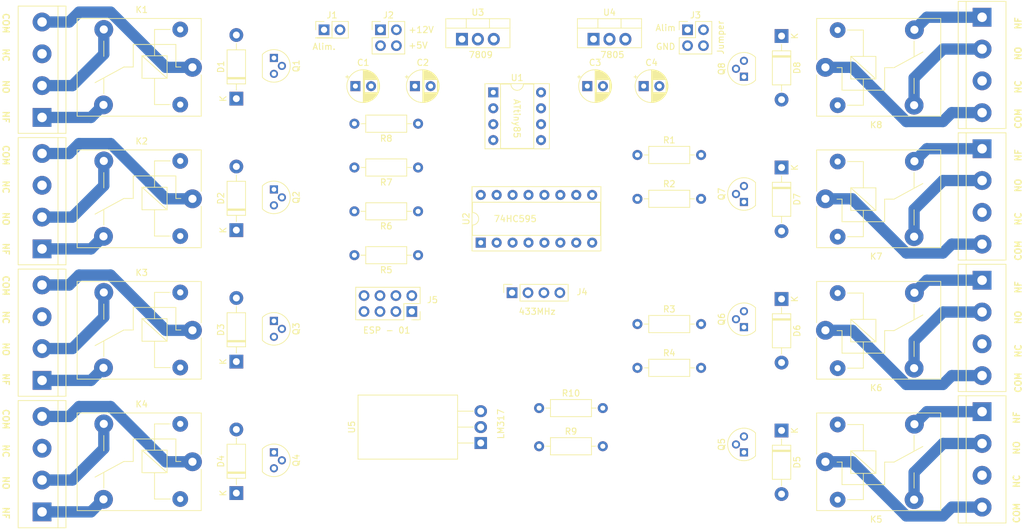
<source format=kicad_pcb>
(kicad_pcb (version 20171130) (host pcbnew "(5.1.9)-1")
  (layers (0 F.Cu signal) (31 B.Cu signal) (34 B.Paste user) (35 F.Paste user) (36 B.SilkS user) (37 F.SilkS user) (38 B.Mask user) (39 F.Mask user) (44 Edge.Cuts user))
  (net 0 "")
  (net 1 GND)
  (net 2 "Net-(C1-Pad1)")
  (net 3 "Net-(C2-Pad1)")
  (net 4 "Net-(C4-Pad1)")
  (net 5 /K1)
  (net 6 /K2)
  (net 7 /K3)
  (net 8 /K4)
  (net 9 /K5)
  (net 10 /K6)
  (net 11 /K7)
  (net 12 /K8)
  (net 13 +12V)
  (net 14 "Net-(J2-Pad4)")
  (net 15 "Net-(J3-Pad4)")
  (net 16 "Net-(J3-Pad1)")
  (net 17 /Q1)
  (net 18 /Q2)
  (net 19 /Q3)
  (net 20 /Q4)
  (net 21 /Q5)
  (net 22 /Q6)
  (net 23 /Q7)
  (net 24 /Q8)
  (net 25 "Net-(R1-Pad1)")
  (net 26 "Net-(R2-Pad1)")
  (net 27 "Net-(R3-Pad1)")
  (net 28 "Net-(R4-Pad1)")
  (net 29 "Net-(R5-Pad1)")
  (net 30 "Net-(R6-Pad1)")
  (net 31 "Net-(R7-Pad1)")
  (net 32 "Net-(R8-Pad1)")
  (net 33 "Net-(R10-Pad1)")
  (net 34 /+3.3V)
  (net 35 "Net-(U1-Pad6)")
  (net 36 "Net-(U1-Pad5)")
  (net 37 /+5V)
  (net 38 "Net-(U1-Pad7)")
  (net 39 "Net-(U2-Pad9)")
  (net 40 /RX)
  (net 41 /TX)
  (net 42 "Net-(J5-Pad6)")
  (net 43 "Net-(J5-Pad5)")
  (net 44 /EN)
  (net 45 "Net-(J5-Pad3)")
  (net 46 "Net-(U1-Pad8)")
  (net 47 "Net-(J6-Pad2)")
  (net 48 "Net-(J6-Pad1)")
  (net 49 "Net-(J7-Pad2)")
  (net 50 "Net-(J7-Pad1)")
  (net 51 "Net-(J8-Pad2)")
  (net 52 "Net-(J8-Pad1)")
  (net 53 "Net-(J9-Pad2)")
  (net 54 "Net-(J9-Pad1)")
  (net 55 "Net-(J10-Pad2)")
  (net 56 "Net-(J10-Pad1)")
  (net 57 "Net-(J11-Pad2)")
  (net 58 "Net-(J11-Pad1)")
  (net 59 "Net-(J12-Pad2)")
  (net 60 "Net-(J12-Pad1)")
  (net 61 "Net-(J13-Pad2)")
  (net 62 "Net-(J13-Pad1)")
  (net 63 "Net-(J6-Pad3)")
  (net 64 "Net-(J6-Pad4)")
  (net 65 "Net-(J7-Pad4)")
  (net 66 "Net-(J7-Pad3)")
  (net 67 "Net-(J8-Pad4)")
  (net 68 "Net-(J8-Pad3)")
  (net 69 "Net-(J9-Pad4)")
  (net 70 "Net-(J9-Pad3)")
  (net 71 "Net-(J10-Pad4)")
  (net 72 "Net-(J10-Pad3)")
  (net 73 "Net-(J11-Pad4)")
  (net 74 "Net-(J11-Pad3)")
  (net 75 "Net-(J12-Pad4)")
  (net 76 "Net-(J12-Pad3)")
  (net 77 "Net-(J13-Pad4)")
  (net 78 "Net-(J13-Pad3)")
  (module TerminalBlock:TerminalBlock_bornier-4_P5.08mm (layer F.Cu) (at 170 28 270)
    (fp_text reference J13 hide)
    (fp_text value Conn_01x04 hide)
    (pad 4 thru_hole circle (at 15.24 0 270) (size 3 3) (drill 1.52) (layers *.Cu *.Mask) (net 77 "Net-(J13-Pad4)"))
    (pad 1 thru_hole rect (at 0 0 270) (size 3 3) (drill 1.52) (layers *.Cu *.Mask) (net 62 "Net-(J13-Pad1)"))
    (pad 3 thru_hole circle (at 10.16 0 270) (size 3 3) (drill 1.52) (layers *.Cu *.Mask) (net 78 "Net-(J13-Pad3)"))
    (pad 2 thru_hole circle (at 5.08 0 270) (size 3 3) (drill 1.52) (layers *.Cu *.Mask) (net 61 "Net-(J13-Pad2)"))
  )
  (module TerminalBlock:TerminalBlock_bornier-4_P5.08mm (layer F.Cu) (at 170 49 270)
    (fp_text reference J12 hide)
    (fp_text value Conn_01x04 hide)
    (pad 4 thru_hole circle (at 15.24 0 270) (size 3 3) (drill 1.52) (layers *.Cu *.Mask) (net 75 "Net-(J12-Pad4)"))
    (pad 1 thru_hole rect (at 0 0 270) (size 3 3) (drill 1.52) (layers *.Cu *.Mask) (net 60 "Net-(J12-Pad1)"))
    (pad 3 thru_hole circle (at 10.16 0 270) (size 3 3) (drill 1.52) (layers *.Cu *.Mask) (net 76 "Net-(J12-Pad3)"))
    (pad 2 thru_hole circle (at 5.08 0 270) (size 3 3) (drill 1.52) (layers *.Cu *.Mask) (net 59 "Net-(J12-Pad2)"))
  )
  (module TerminalBlock:TerminalBlock_bornier-4_P5.08mm (layer F.Cu) (at 170 70 270)
    (fp_text reference J11 hide)
    (fp_text value Conn_01x04 hide)
    (pad 4 thru_hole circle (at 15.24 0 270) (size 3 3) (drill 1.52) (layers *.Cu *.Mask) (net 73 "Net-(J11-Pad4)"))
    (pad 1 thru_hole rect (at 0 0 270) (size 3 3) (drill 1.52) (layers *.Cu *.Mask) (net 58 "Net-(J11-Pad1)"))
    (pad 3 thru_hole circle (at 10.16 0 270) (size 3 3) (drill 1.52) (layers *.Cu *.Mask) (net 74 "Net-(J11-Pad3)"))
    (pad 2 thru_hole circle (at 5.08 0 270) (size 3 3) (drill 1.52) (layers *.Cu *.Mask) (net 57 "Net-(J11-Pad2)"))
  )
  (module TerminalBlock:TerminalBlock_bornier-4_P5.08mm (layer F.Cu) (at 170 91 270)
    (fp_text reference J10 hide)
    (fp_text value Conn_01x04 hide)
    (pad 4 thru_hole circle (at 15.24 0 270) (size 3 3) (drill 1.52) (layers *.Cu *.Mask) (net 71 "Net-(J10-Pad4)"))
    (pad 1 thru_hole rect (at 0 0 270) (size 3 3) (drill 1.52) (layers *.Cu *.Mask) (net 56 "Net-(J10-Pad1)"))
    (pad 3 thru_hole circle (at 10.16 0 270) (size 3 3) (drill 1.52) (layers *.Cu *.Mask) (net 72 "Net-(J10-Pad3)"))
    (pad 2 thru_hole circle (at 5.08 0 270) (size 3 3) (drill 1.52) (layers *.Cu *.Mask) (net 55 "Net-(J10-Pad2)"))
  )
  (module TerminalBlock:TerminalBlock_bornier-4_P5.08mm (layer F.Cu) (at 20 44 90)
    (fp_text reference J9 hide)
    (fp_text value Conn_01x04 hide)
    (pad 4 thru_hole circle (at 15.24 0 90) (size 3 3) (drill 1.52) (layers *.Cu *.Mask) (net 69 "Net-(J9-Pad4)"))
    (pad 1 thru_hole rect (at 0 0 90) (size 3 3) (drill 1.52) (layers *.Cu *.Mask) (net 54 "Net-(J9-Pad1)"))
    (pad 3 thru_hole circle (at 10.16 0 90) (size 3 3) (drill 1.52) (layers *.Cu *.Mask) (net 70 "Net-(J9-Pad3)"))
    (pad 2 thru_hole circle (at 5.08 0 90) (size 3 3) (drill 1.52) (layers *.Cu *.Mask) (net 53 "Net-(J9-Pad2)"))
  )
  (module TerminalBlock:TerminalBlock_bornier-4_P5.08mm (layer F.Cu) (at 20 65 90)
    (fp_text reference J8 hide)
    (fp_text value Conn_01x04 hide)
    (pad 4 thru_hole circle (at 15.24 0 90) (size 3 3) (drill 1.52) (layers *.Cu *.Mask) (net 67 "Net-(J8-Pad4)"))
    (pad 1 thru_hole rect (at 0 0 90) (size 3 3) (drill 1.52) (layers *.Cu *.Mask) (net 52 "Net-(J8-Pad1)"))
    (pad 3 thru_hole circle (at 10.16 0 90) (size 3 3) (drill 1.52) (layers *.Cu *.Mask) (net 68 "Net-(J8-Pad3)"))
    (pad 2 thru_hole circle (at 5.08 0 90) (size 3 3) (drill 1.52) (layers *.Cu *.Mask) (net 51 "Net-(J8-Pad2)"))
  )
  (module TerminalBlock:TerminalBlock_bornier-4_P5.08mm (layer F.Cu) (at 20 86 90)
    (fp_text reference J7 hide)
    (fp_text value Conn_01x04 hide)
    (pad 4 thru_hole circle (at 15.24 0 90) (size 3 3) (drill 1.52) (layers *.Cu *.Mask) (net 65 "Net-(J7-Pad4)"))
    (pad 1 thru_hole rect (at 0 0 90) (size 3 3) (drill 1.52) (layers *.Cu *.Mask) (net 50 "Net-(J7-Pad1)"))
    (pad 3 thru_hole circle (at 10.16 0 90) (size 3 3) (drill 1.52) (layers *.Cu *.Mask) (net 66 "Net-(J7-Pad3)"))
    (pad 2 thru_hole circle (at 5.08 0 90) (size 3 3) (drill 1.52) (layers *.Cu *.Mask) (net 49 "Net-(J7-Pad2)"))
  )
  (module TerminalBlock:TerminalBlock_bornier-4_P5.08mm (layer F.Cu) (at 20 107 90)
    (fp_text reference J6 hide)
    (fp_text value Conn_01x04 hide)
    (pad 4 thru_hole circle (at 15.24 0 90) (size 3 3) (drill 1.52) (layers *.Cu *.Mask) (net 64 "Net-(J6-Pad4)"))
    (pad 1 thru_hole rect (at 0 0 90) (size 3 3) (drill 1.52) (layers *.Cu *.Mask) (net 48 "Net-(J6-Pad1)"))
    (pad 3 thru_hole circle (at 10.16 0 90) (size 3 3) (drill 1.52) (layers *.Cu *.Mask) (net 63 "Net-(J6-Pad3)"))
    (pad 2 thru_hole circle (at 5.08 0 90) (size 3 3) (drill 1.52) (layers *.Cu *.Mask) (net 47 "Net-(J6-Pad2)"))
  )
  (module Relay_THT:Relay_SPDT_SANYOU_SRD_Series_Form_C (layer F.Cu) (at 44 57 180)
    (fp_text reference K2 (at 8.1 9.2) (layer F.SilkS))
    (fp_text value SANYOU_SRD_Form_C)
    (pad 2 thru_hole circle (at 1.95 6.05 270) (size 2.5 2.5) (drill 1) (layers *.Cu *.Mask) (net 1 GND))
    (pad 3 thru_hole circle (at 14.15 6.05 270) (size 3 3) (drill 1.3) (layers *.Cu *.Mask) (net 51 "Net-(J8-Pad2)"))
    (pad 4 thru_hole circle (at 14.2 -6 270) (size 3 3) (drill 1.3) (layers *.Cu *.Mask) (net 52 "Net-(J8-Pad1)"))
    (pad 5 thru_hole circle (at 1.95 -5.95 270) (size 2.5 2.5) (drill 1) (layers *.Cu *.Mask) (net 6 /K2))
    (pad 1 thru_hole circle (at 0 0 270) (size 3 3) (drill 1.3) (layers *.Cu *.Mask) (net 67 "Net-(J8-Pad4)"))
  )
  (module Connector_PinHeader_2.54mm:PinHeader_2x02_P2.54mm_Vertical (layer F.Cu) (at 123 30)
    (fp_text reference J3 (at 1.27 -2.33) (layer F.SilkS))
    (fp_text value Conn_02x02_Odd_Even)
    (pad 4 thru_hole oval (at 2.54 2.54) (size 1.7 1.7) (drill 1) (layers *.Cu *.Mask) (net 15 "Net-(J3-Pad4)"))
    (pad 3 thru_hole oval (at 0 2.54) (size 1.7 1.7) (drill 1) (layers *.Cu *.Mask) (net 1 GND))
    (pad 2 thru_hole oval (at 2.54 0) (size 1.7 1.7) (drill 1) (layers *.Cu *.Mask) (net 13 +12V))
    (pad 1 thru_hole rect (at 0 0) (size 1.7 1.7) (drill 1) (layers *.Cu *.Mask) (net 16 "Net-(J3-Pad1)"))
  )
  (module Package_TO_SOT_THT:TO-220-3_Vertical (layer F.Cu) (at 108 31.5)
    (fp_text reference U4 (at 2.54 -4.27) (layer F.SilkS))
    (fp_text value L7805)
    (pad 3 thru_hole oval (at 5.08 0) (size 1.905 2) (drill 1.1) (layers *.Cu *.Mask) (net 4 "Net-(C4-Pad1)"))
    (pad 2 thru_hole oval (at 2.54 0) (size 1.905 2) (drill 1.1) (layers *.Cu *.Mask) (net 1 GND))
    (pad 1 thru_hole rect (at 0 0) (size 1.905 2) (drill 1.1) (layers *.Cu *.Mask) (net 3 "Net-(C2-Pad1)"))
  )
  (module Package_TO_SOT_THT:TO-220-3_Vertical (layer F.Cu) (at 87 31.5)
    (fp_text reference U3 (at 2.54 -4.27) (layer F.SilkS))
    (fp_text value L7809)
    (pad 3 thru_hole oval (at 5.08 0) (size 1.905 2) (drill 1.1) (layers *.Cu *.Mask) (net 3 "Net-(C2-Pad1)"))
    (pad 2 thru_hole oval (at 2.54 0) (size 1.905 2) (drill 1.1) (layers *.Cu *.Mask) (net 1 GND))
    (pad 1 thru_hole rect (at 0 0) (size 1.905 2) (drill 1.1) (layers *.Cu *.Mask) (net 2 "Net-(C1-Pad1)"))
  )
  (module Package_TO_SOT_THT:TO-220-3_Horizontal_TabDown (layer F.Cu) (at 90 96 90)
    (fp_text reference U5 (at 2.54 -20.58 90) (layer F.SilkS))
    (fp_text value LM317)
    (pad 3 thru_hole oval (at 5.08 0 90) (size 1.905 2) (drill 1.1) (layers *.Cu *.Mask) (net 4 "Net-(C4-Pad1)"))
    (pad 2 thru_hole oval (at 2.54 0 90) (size 1.905 2) (drill 1.1) (layers *.Cu *.Mask) (net 34 /+3.3V))
    (pad 1 thru_hole rect (at 0 0 90) (size 1.905 2) (drill 1.1) (layers *.Cu *.Mask) (net 33 "Net-(R10-Pad1)"))
    (pad "" np_thru_hole oval (at 2.54 -16.66 90) (size 3.5 3.5) (drill 3.5) (layers *.Cu *.Mask))
  )
  (module Connector_PinSocket_2.54mm:PinSocket_2x04_P2.54mm_Vertical (layer F.Cu) (at 79 75 270)
    (fp_text reference "ESP - 01" (at 3 4 180) (layer F.SilkS))
    (fp_text value ESP01)
    (pad 8 thru_hole oval (at -2.54 7.62 270) (size 1.7 1.7) (drill 1) (layers *.Cu *.Mask) (net 34 /+3.3V))
    (pad 7 thru_hole oval (at 0 7.62 270) (size 1.7 1.7) (drill 1) (layers *.Cu *.Mask) (net 40 /RX))
    (pad 6 thru_hole oval (at -2.54 5.08 270) (size 1.7 1.7) (drill 1) (layers *.Cu *.Mask) (net 42 "Net-(J5-Pad6)"))
    (pad 5 thru_hole oval (at 0 5.08 270) (size 1.7 1.7) (drill 1) (layers *.Cu *.Mask) (net 43 "Net-(J5-Pad5)"))
    (pad 4 thru_hole oval (at -2.54 2.54 270) (size 1.7 1.7) (drill 1) (layers *.Cu *.Mask) (net 44 /EN))
    (pad 3 thru_hole oval (at 0 2.54 270) (size 1.7 1.7) (drill 1) (layers *.Cu *.Mask) (net 45 "Net-(J5-Pad3)"))
    (pad 2 thru_hole oval (at -2.54 0 270) (size 1.7 1.7) (drill 1) (layers *.Cu *.Mask) (net 41 /TX))
    (pad 1 thru_hole rect (at 0 0 270) (size 1.7 1.7) (drill 1) (layers *.Cu *.Mask) (net 1 GND))
  )
  (module Connector_PinSocket_2.54mm:PinSocket_1x04_P2.54mm_Vertical (layer F.Cu) (at 95 72 90)
    (fp_text reference 433MHz (at -3 4 180) (layer F.SilkS))
    (fp_text value Conn_01x04)
    (pad 4 thru_hole oval (at 0 7.62 90) (size 1.7 1.7) (drill 1) (layers *.Cu *.Mask) (net 1 GND))
    (pad 3 thru_hole oval (at 0 5.08 90) (size 1.7 1.7) (drill 1) (layers *.Cu *.Mask) (net 40 /RX))
    (pad 2 thru_hole oval (at 0 2.54 90) (size 1.7 1.7) (drill 1) (layers *.Cu *.Mask) (net 41 /TX))
    (pad 1 thru_hole rect (at 0 0 90) (size 1.7 1.7) (drill 1) (layers *.Cu *.Mask) (net 34 /+3.3V))
  )
  (module Package_DIP:DIP-8_W7.62mm_Socket (layer F.Cu) (at 92 40)
    (fp_text reference U1 (at 3.81 -2.33) (layer F.SilkS))
    (fp_text value ATtiny85V-10PU)
    (pad 8 thru_hole oval (at 7.62 0) (size 1.6 1.6) (drill 0.8) (layers *.Cu *.Mask) (net 46 "Net-(U1-Pad8)"))
    (pad 4 thru_hole oval (at 0 7.62) (size 1.6 1.6) (drill 0.8) (layers *.Cu *.Mask) (net 1 GND))
    (pad 7 thru_hole oval (at 7.62 2.54) (size 1.6 1.6) (drill 0.8) (layers *.Cu *.Mask) (net 38 "Net-(U1-Pad7)"))
    (pad 3 thru_hole oval (at 0 5.08) (size 1.6 1.6) (drill 0.8) (layers *.Cu *.Mask) (net 41 /TX))
    (pad 6 thru_hole oval (at 7.62 5.08) (size 1.6 1.6) (drill 0.8) (layers *.Cu *.Mask) (net 35 "Net-(U1-Pad6)"))
    (pad 2 thru_hole oval (at 0 2.54) (size 1.6 1.6) (drill 0.8) (layers *.Cu *.Mask) (net 40 /RX))
    (pad 5 thru_hole oval (at 7.62 7.62) (size 1.6 1.6) (drill 0.8) (layers *.Cu *.Mask) (net 36 "Net-(U1-Pad5)"))
    (pad 1 thru_hole rect (at 0 0) (size 1.6 1.6) (drill 0.8) (layers *.Cu *.Mask) (net 44 /EN))
  )
  (module Package_TO_SOT_THT:TO-92 (layer F.Cu) (at 132 37.5 90)
    (fp_text reference Q8 (at 1.27 -3.56 90) (layer F.SilkS))
    (fp_text value 2N2219)
    (pad 1 thru_hole rect (at 0 0 90) (size 1.3 1.3) (drill 0.75) (layers *.Cu *.Mask) (net 12 /K8))
    (pad 3 thru_hole circle (at 2.54 0 90) (size 1.3 1.3) (drill 0.75) (layers *.Cu *.Mask) (net 16 "Net-(J3-Pad1)"))
    (pad 2 thru_hole circle (at 1.27 -1.27 90) (size 1.3 1.3) (drill 0.75) (layers *.Cu *.Mask) (net 24 /Q8))
  )
  (module Package_TO_SOT_THT:TO-92 (layer F.Cu) (at 132 57.5 90)
    (fp_text reference Q7 (at 1.27 -3.56 90) (layer F.SilkS))
    (fp_text value 2N2219)
    (pad 1 thru_hole rect (at 0 0 90) (size 1.3 1.3) (drill 0.75) (layers *.Cu *.Mask) (net 11 /K7))
    (pad 3 thru_hole circle (at 2.54 0 90) (size 1.3 1.3) (drill 0.75) (layers *.Cu *.Mask) (net 16 "Net-(J3-Pad1)"))
    (pad 2 thru_hole circle (at 1.27 -1.27 90) (size 1.3 1.3) (drill 0.75) (layers *.Cu *.Mask) (net 23 /Q7))
  )
  (module Package_TO_SOT_THT:TO-92 (layer F.Cu) (at 132 77.5 90)
    (fp_text reference Q6 (at 1.27 -3.56 90) (layer F.SilkS))
    (fp_text value 2N2219)
    (pad 1 thru_hole rect (at 0 0 90) (size 1.3 1.3) (drill 0.75) (layers *.Cu *.Mask) (net 10 /K6))
    (pad 3 thru_hole circle (at 2.54 0 90) (size 1.3 1.3) (drill 0.75) (layers *.Cu *.Mask) (net 16 "Net-(J3-Pad1)"))
    (pad 2 thru_hole circle (at 1.27 -1.27 90) (size 1.3 1.3) (drill 0.75) (layers *.Cu *.Mask) (net 22 /Q6))
  )
  (module Package_TO_SOT_THT:TO-92 (layer F.Cu) (at 132 97.5 90)
    (fp_text reference Q5 (at 1.27 -3.56 90) (layer F.SilkS))
    (fp_text value 2N2219)
    (pad 1 thru_hole rect (at 0 0 90) (size 1.3 1.3) (drill 0.75) (layers *.Cu *.Mask) (net 9 /K5))
    (pad 3 thru_hole circle (at 2.54 0 90) (size 1.3 1.3) (drill 0.75) (layers *.Cu *.Mask) (net 16 "Net-(J3-Pad1)"))
    (pad 2 thru_hole circle (at 1.27 -1.27 90) (size 1.3 1.3) (drill 0.75) (layers *.Cu *.Mask) (net 21 /Q5))
  )
  (module Package_TO_SOT_THT:TO-92 (layer F.Cu) (at 57 97.5 270)
    (fp_text reference Q4 (at 1.27 -3.56 90) (layer F.SilkS))
    (fp_text value 2N2219)
    (pad 1 thru_hole rect (at 0 0 270) (size 1.3 1.3) (drill 0.75) (layers *.Cu *.Mask) (net 8 /K4))
    (pad 3 thru_hole circle (at 2.54 0 270) (size 1.3 1.3) (drill 0.75) (layers *.Cu *.Mask) (net 16 "Net-(J3-Pad1)"))
    (pad 2 thru_hole circle (at 1.27 -1.27 270) (size 1.3 1.3) (drill 0.75) (layers *.Cu *.Mask) (net 20 /Q4))
  )
  (module Package_TO_SOT_THT:TO-92 (layer F.Cu) (at 57 76.5 270)
    (fp_text reference Q3 (at 1.27 -3.56 90) (layer F.SilkS))
    (fp_text value 2N2219)
    (pad 1 thru_hole rect (at 0 0 270) (size 1.3 1.3) (drill 0.75) (layers *.Cu *.Mask) (net 7 /K3))
    (pad 3 thru_hole circle (at 2.54 0 270) (size 1.3 1.3) (drill 0.75) (layers *.Cu *.Mask) (net 16 "Net-(J3-Pad1)"))
    (pad 2 thru_hole circle (at 1.27 -1.27 270) (size 1.3 1.3) (drill 0.75) (layers *.Cu *.Mask) (net 19 /Q3))
  )
  (module Package_TO_SOT_THT:TO-92 (layer F.Cu) (at 57 55.5 270)
    (fp_text reference Q2 (at 1.27 -3.56 90) (layer F.SilkS))
    (fp_text value 2N2219)
    (pad 1 thru_hole rect (at 0 0 270) (size 1.3 1.3) (drill 0.75) (layers *.Cu *.Mask) (net 6 /K2))
    (pad 3 thru_hole circle (at 2.54 0 270) (size 1.3 1.3) (drill 0.75) (layers *.Cu *.Mask) (net 16 "Net-(J3-Pad1)"))
    (pad 2 thru_hole circle (at 1.27 -1.27 270) (size 1.3 1.3) (drill 0.75) (layers *.Cu *.Mask) (net 18 /Q2))
  )
  (module Package_TO_SOT_THT:TO-92 (layer F.Cu) (at 57 34.5 270)
    (fp_text reference Q1 (at 1.27 -3.56 90) (layer F.SilkS))
    (fp_text value 2N2219)
    (pad 1 thru_hole rect (at 0 0 270) (size 1.3 1.3) (drill 0.75) (layers *.Cu *.Mask) (net 5 /K1))
    (pad 3 thru_hole circle (at 2.54 0 270) (size 1.3 1.3) (drill 0.75) (layers *.Cu *.Mask) (net 16 "Net-(J3-Pad1)"))
    (pad 2 thru_hole circle (at 1.27 -1.27 270) (size 1.3 1.3) (drill 0.75) (layers *.Cu *.Mask) (net 17 /Q1))
  )
  (module Capacitor_THT:CP_Radial_D5.0mm_P2.50mm (layer F.Cu) (at 116 39)
    (fp_text reference C4 (at 1.25 -3.75) (layer F.SilkS))
    (fp_text value 47u)
    (pad 2 thru_hole circle (at 2.5 0) (size 1.6 1.6) (drill 0.8) (layers *.Cu *.Mask) (net 1 GND))
    (pad 1 thru_hole rect (at 0 0) (size 1.6 1.6) (drill 0.8) (layers *.Cu *.Mask) (net 4 "Net-(C4-Pad1)"))
  )
  (module Capacitor_THT:CP_Radial_D5.0mm_P2.50mm (layer F.Cu) (at 107 39)
    (fp_text reference C3 (at 1.25 -3.75) (layer F.SilkS))
    (fp_text value 220u)
    (pad 2 thru_hole circle (at 2.5 0) (size 1.6 1.6) (drill 0.8) (layers *.Cu *.Mask) (net 1 GND))
    (pad 1 thru_hole rect (at 0 0) (size 1.6 1.6) (drill 0.8) (layers *.Cu *.Mask) (net 3 "Net-(C2-Pad1)"))
  )
  (module Capacitor_THT:CP_Radial_D5.0mm_P2.50mm (layer F.Cu) (at 79.5 39)
    (fp_text reference C2 (at 1.25 -3.75) (layer F.SilkS))
    (fp_text value 47u)
    (pad 2 thru_hole circle (at 2.5 0) (size 1.6 1.6) (drill 0.8) (layers *.Cu *.Mask) (net 1 GND))
    (pad 1 thru_hole rect (at 0 0) (size 1.6 1.6) (drill 0.8) (layers *.Cu *.Mask) (net 3 "Net-(C2-Pad1)"))
  )
  (module Capacitor_THT:CP_Radial_D5.0mm_P2.50mm (layer F.Cu) (at 70 39)
    (fp_text reference C1 (at 1.25 -3.75) (layer F.SilkS))
    (fp_text value 220u)
    (pad 2 thru_hole circle (at 2.5 0) (size 1.6 1.6) (drill 0.8) (layers *.Cu *.Mask) (net 1 GND))
    (pad 1 thru_hole rect (at 0 0) (size 1.6 1.6) (drill 0.8) (layers *.Cu *.Mask) (net 2 "Net-(C1-Pad1)"))
  )
  (module Package_DIP:DIP-16_W7.62mm_Socket (layer F.Cu) (at 90 64 90)
    (fp_text reference U2 (at 3.81 -2.33 90) (layer F.SilkS))
    (fp_text value 74HC595)
    (pad 16 thru_hole oval (at 7.62 0 90) (size 1.6 1.6) (drill 0.8) (layers *.Cu *.Mask) (net 37 /+5V))
    (pad 8 thru_hole oval (at 0 17.78 90) (size 1.6 1.6) (drill 0.8) (layers *.Cu *.Mask) (net 1 GND))
    (pad 15 thru_hole oval (at 7.62 2.54 90) (size 1.6 1.6) (drill 0.8) (layers *.Cu *.Mask) (net 32 "Net-(R8-Pad1)"))
    (pad 7 thru_hole oval (at 0 15.24 90) (size 1.6 1.6) (drill 0.8) (layers *.Cu *.Mask) (net 25 "Net-(R1-Pad1)"))
    (pad 14 thru_hole oval (at 7.62 5.08 90) (size 1.6 1.6) (drill 0.8) (layers *.Cu *.Mask) (net 35 "Net-(U1-Pad6)"))
    (pad 6 thru_hole oval (at 0 12.7 90) (size 1.6 1.6) (drill 0.8) (layers *.Cu *.Mask) (net 26 "Net-(R2-Pad1)"))
    (pad 13 thru_hole oval (at 7.62 7.62 90) (size 1.6 1.6) (drill 0.8) (layers *.Cu *.Mask) (net 1 GND))
    (pad 5 thru_hole oval (at 0 10.16 90) (size 1.6 1.6) (drill 0.8) (layers *.Cu *.Mask) (net 27 "Net-(R3-Pad1)"))
    (pad 12 thru_hole oval (at 7.62 10.16 90) (size 1.6 1.6) (drill 0.8) (layers *.Cu *.Mask) (net 38 "Net-(U1-Pad7)"))
    (pad 4 thru_hole oval (at 0 7.62 90) (size 1.6 1.6) (drill 0.8) (layers *.Cu *.Mask) (net 28 "Net-(R4-Pad1)"))
    (pad 11 thru_hole oval (at 7.62 12.7 90) (size 1.6 1.6) (drill 0.8) (layers *.Cu *.Mask) (net 36 "Net-(U1-Pad5)"))
    (pad 3 thru_hole oval (at 0 5.08 90) (size 1.6 1.6) (drill 0.8) (layers *.Cu *.Mask) (net 29 "Net-(R5-Pad1)"))
    (pad 10 thru_hole oval (at 7.62 15.24 90) (size 1.6 1.6) (drill 0.8) (layers *.Cu *.Mask) (net 13 +12V))
    (pad 2 thru_hole oval (at 0 2.54 90) (size 1.6 1.6) (drill 0.8) (layers *.Cu *.Mask) (net 30 "Net-(R6-Pad1)"))
    (pad 9 thru_hole oval (at 7.62 17.78 90) (size 1.6 1.6) (drill 0.8) (layers *.Cu *.Mask) (net 39 "Net-(U2-Pad9)"))
    (pad 1 thru_hole rect (at 0 0 90) (size 1.6 1.6) (drill 0.8) (layers *.Cu *.Mask) (net 31 "Net-(R7-Pad1)"))
  )
  (module Resistor_THT:R_Axial_DIN0207_L6.3mm_D2.5mm_P10.16mm_Horizontal (layer F.Cu) (at 99.314 90.424)
    (fp_text reference R10 (at 5.08 -2.37) (layer F.SilkS))
    (fp_text value 360R hide)
    (pad 2 thru_hole oval (at 10.16 0) (size 1.6 1.6) (drill 0.8) (layers *.Cu *.Mask) (net 34 /+3.3V))
    (pad 1 thru_hole circle (at 0 0) (size 1.6 1.6) (drill 0.8) (layers *.Cu *.Mask) (net 33 "Net-(R10-Pad1)"))
  )
  (module Resistor_THT:R_Axial_DIN0207_L6.3mm_D2.5mm_P10.16mm_Horizontal (layer F.Cu) (at 99.314 96.52)
    (fp_text reference R9 (at 5.08 -2.37) (layer F.SilkS))
    (fp_text value 220R hide)
    (pad 2 thru_hole oval (at 10.16 0) (size 1.6 1.6) (drill 0.8) (layers *.Cu *.Mask) (net 1 GND))
    (pad 1 thru_hole circle (at 0 0) (size 1.6 1.6) (drill 0.8) (layers *.Cu *.Mask) (net 33 "Net-(R10-Pad1)"))
  )
  (module Resistor_THT:R_Axial_DIN0207_L6.3mm_D2.5mm_P10.16mm_Horizontal (layer F.Cu) (at 80 45 180)
    (fp_text reference R8 (at 5.08 -2.37) (layer F.SilkS))
    (fp_text value 1k hide)
    (pad 2 thru_hole oval (at 10.16 0 180) (size 1.6 1.6) (drill 0.8) (layers *.Cu *.Mask) (net 17 /Q1))
    (pad 1 thru_hole circle (at 0 0 180) (size 1.6 1.6) (drill 0.8) (layers *.Cu *.Mask) (net 32 "Net-(R8-Pad1)"))
  )
  (module Resistor_THT:R_Axial_DIN0207_L6.3mm_D2.5mm_P10.16mm_Horizontal (layer F.Cu) (at 80 52 180)
    (fp_text reference R7 (at 5.08 -2.37) (layer F.SilkS))
    (fp_text value 1k hide)
    (pad 2 thru_hole oval (at 10.16 0 180) (size 1.6 1.6) (drill 0.8) (layers *.Cu *.Mask) (net 18 /Q2))
    (pad 1 thru_hole circle (at 0 0 180) (size 1.6 1.6) (drill 0.8) (layers *.Cu *.Mask) (net 31 "Net-(R7-Pad1)"))
  )
  (module Resistor_THT:R_Axial_DIN0207_L6.3mm_D2.5mm_P10.16mm_Horizontal (layer F.Cu) (at 80 59 180)
    (fp_text reference R6 (at 5.08 -2.37) (layer F.SilkS))
    (fp_text value 1k hide)
    (pad 2 thru_hole oval (at 10.16 0 180) (size 1.6 1.6) (drill 0.8) (layers *.Cu *.Mask) (net 19 /Q3))
    (pad 1 thru_hole circle (at 0 0 180) (size 1.6 1.6) (drill 0.8) (layers *.Cu *.Mask) (net 30 "Net-(R6-Pad1)"))
  )
  (module Resistor_THT:R_Axial_DIN0207_L6.3mm_D2.5mm_P10.16mm_Horizontal (layer F.Cu) (at 80 66 180)
    (fp_text reference R5 (at 5.08 -2.37) (layer F.SilkS))
    (fp_text value 1k hide)
    (pad 2 thru_hole oval (at 10.16 0 180) (size 1.6 1.6) (drill 0.8) (layers *.Cu *.Mask) (net 20 /Q4))
    (pad 1 thru_hole circle (at 0 0 180) (size 1.6 1.6) (drill 0.8) (layers *.Cu *.Mask) (net 29 "Net-(R5-Pad1)"))
  )
  (module Resistor_THT:R_Axial_DIN0207_L6.3mm_D2.5mm_P10.16mm_Horizontal (layer F.Cu) (at 115 84)
    (fp_text reference R4 (at 5.08 -2.37) (layer F.SilkS))
    (fp_text value 1k hide)
    (pad 2 thru_hole oval (at 10.16 0) (size 1.6 1.6) (drill 0.8) (layers *.Cu *.Mask) (net 21 /Q5))
    (pad 1 thru_hole circle (at 0 0) (size 1.6 1.6) (drill 0.8) (layers *.Cu *.Mask) (net 28 "Net-(R4-Pad1)"))
  )
  (module Resistor_THT:R_Axial_DIN0207_L6.3mm_D2.5mm_P10.16mm_Horizontal (layer F.Cu) (at 115 77)
    (fp_text reference R3 (at 5.08 -2.37) (layer F.SilkS))
    (fp_text value 1k hide)
    (pad 2 thru_hole oval (at 10.16 0) (size 1.6 1.6) (drill 0.8) (layers *.Cu *.Mask) (net 22 /Q6))
    (pad 1 thru_hole circle (at 0 0) (size 1.6 1.6) (drill 0.8) (layers *.Cu *.Mask) (net 27 "Net-(R3-Pad1)"))
  )
  (module Resistor_THT:R_Axial_DIN0207_L6.3mm_D2.5mm_P10.16mm_Horizontal (layer F.Cu) (at 115 57)
    (fp_text reference R2 (at 5.08 -2.37) (layer F.SilkS))
    (fp_text value 1k hide)
    (pad 2 thru_hole oval (at 10.16 0) (size 1.6 1.6) (drill 0.8) (layers *.Cu *.Mask) (net 23 /Q7))
    (pad 1 thru_hole circle (at 0 0) (size 1.6 1.6) (drill 0.8) (layers *.Cu *.Mask) (net 26 "Net-(R2-Pad1)"))
  )
  (module Resistor_THT:R_Axial_DIN0207_L6.3mm_D2.5mm_P10.16mm_Horizontal (layer F.Cu) (at 115 50)
    (fp_text reference R1 (at 5.08 -2.37) (layer F.SilkS))
    (fp_text value 1k hide)
    (pad 2 thru_hole oval (at 10.16 0) (size 1.6 1.6) (drill 0.8) (layers *.Cu *.Mask) (net 24 /Q8))
    (pad 1 thru_hole circle (at 0 0) (size 1.6 1.6) (drill 0.8) (layers *.Cu *.Mask) (net 25 "Net-(R1-Pad1)"))
  )
  (module Relay_THT:Relay_SPDT_SANYOU_SRD_Series_Form_C (layer F.Cu) (at 145 36)
    (fp_text reference K8 (at 8.1 9.2) (layer F.SilkS))
    (fp_text value SANYOU_SRD_Form_C)
    (pad 1 thru_hole circle (at 0 0 90) (size 3 3) (drill 1.3) (layers *.Cu *.Mask) (net 77 "Net-(J13-Pad4)"))
    (pad 5 thru_hole circle (at 1.95 -5.95 90) (size 2.5 2.5) (drill 1) (layers *.Cu *.Mask) (net 12 /K8))
    (pad 4 thru_hole circle (at 14.2 -6 90) (size 3 3) (drill 1.3) (layers *.Cu *.Mask) (net 62 "Net-(J13-Pad1)"))
    (pad 3 thru_hole circle (at 14.15 6.05 90) (size 3 3) (drill 1.3) (layers *.Cu *.Mask) (net 61 "Net-(J13-Pad2)"))
    (pad 2 thru_hole circle (at 1.95 6.05 90) (size 2.5 2.5) (drill 1) (layers *.Cu *.Mask) (net 1 GND))
  )
  (module Relay_THT:Relay_SPDT_SANYOU_SRD_Series_Form_C (layer F.Cu) (at 145 57)
    (fp_text reference K7 (at 8.1 9.2) (layer F.SilkS))
    (fp_text value SANYOU_SRD_Form_C)
    (pad 1 thru_hole circle (at 0 0 90) (size 3 3) (drill 1.3) (layers *.Cu *.Mask) (net 75 "Net-(J12-Pad4)"))
    (pad 5 thru_hole circle (at 1.95 -5.95 90) (size 2.5 2.5) (drill 1) (layers *.Cu *.Mask) (net 11 /K7))
    (pad 4 thru_hole circle (at 14.2 -6 90) (size 3 3) (drill 1.3) (layers *.Cu *.Mask) (net 60 "Net-(J12-Pad1)"))
    (pad 3 thru_hole circle (at 14.15 6.05 90) (size 3 3) (drill 1.3) (layers *.Cu *.Mask) (net 59 "Net-(J12-Pad2)"))
    (pad 2 thru_hole circle (at 1.95 6.05 90) (size 2.5 2.5) (drill 1) (layers *.Cu *.Mask) (net 1 GND))
  )
  (module Relay_THT:Relay_SPDT_SANYOU_SRD_Series_Form_C (layer F.Cu) (at 145 78)
    (fp_text reference K6 (at 8.1 9.2) (layer F.SilkS))
    (fp_text value SANYOU_SRD_Form_C)
    (pad 1 thru_hole circle (at 0 0 90) (size 3 3) (drill 1.3) (layers *.Cu *.Mask) (net 73 "Net-(J11-Pad4)"))
    (pad 5 thru_hole circle (at 1.95 -5.95 90) (size 2.5 2.5) (drill 1) (layers *.Cu *.Mask) (net 10 /K6))
    (pad 4 thru_hole circle (at 14.2 -6 90) (size 3 3) (drill 1.3) (layers *.Cu *.Mask) (net 58 "Net-(J11-Pad1)"))
    (pad 3 thru_hole circle (at 14.15 6.05 90) (size 3 3) (drill 1.3) (layers *.Cu *.Mask) (net 57 "Net-(J11-Pad2)"))
    (pad 2 thru_hole circle (at 1.95 6.05 90) (size 2.5 2.5) (drill 1) (layers *.Cu *.Mask) (net 1 GND))
  )
  (module Relay_THT:Relay_SPDT_SANYOU_SRD_Series_Form_C (layer F.Cu) (at 145 99)
    (fp_text reference K5 (at 8.1 9.2) (layer F.SilkS))
    (fp_text value SANYOU_SRD_Form_C)
    (pad 1 thru_hole circle (at 0 0 90) (size 3 3) (drill 1.3) (layers *.Cu *.Mask) (net 71 "Net-(J10-Pad4)"))
    (pad 5 thru_hole circle (at 1.95 -5.95 90) (size 2.5 2.5) (drill 1) (layers *.Cu *.Mask) (net 9 /K5))
    (pad 4 thru_hole circle (at 14.2 -6 90) (size 3 3) (drill 1.3) (layers *.Cu *.Mask) (net 56 "Net-(J10-Pad1)"))
    (pad 3 thru_hole circle (at 14.15 6.05 90) (size 3 3) (drill 1.3) (layers *.Cu *.Mask) (net 55 "Net-(J10-Pad2)"))
    (pad 2 thru_hole circle (at 1.95 6.05 90) (size 2.5 2.5) (drill 1) (layers *.Cu *.Mask) (net 1 GND))
  )
  (module Relay_THT:Relay_SPDT_SANYOU_SRD_Series_Form_C (layer F.Cu) (at 44 99 180)
    (fp_text reference K4 (at 8.1 9.2) (layer F.SilkS))
    (fp_text value SANYOU_SRD_Form_C)
    (pad 1 thru_hole circle (at 0 0 270) (size 3 3) (drill 1.3) (layers *.Cu *.Mask) (net 64 "Net-(J6-Pad4)"))
    (pad 5 thru_hole circle (at 1.95 -5.95 270) (size 2.5 2.5) (drill 1) (layers *.Cu *.Mask) (net 8 /K4))
    (pad 4 thru_hole circle (at 14.2 -6 270) (size 3 3) (drill 1.3) (layers *.Cu *.Mask) (net 48 "Net-(J6-Pad1)"))
    (pad 3 thru_hole circle (at 14.15 6.05 270) (size 3 3) (drill 1.3) (layers *.Cu *.Mask) (net 47 "Net-(J6-Pad2)"))
    (pad 2 thru_hole circle (at 1.95 6.05 270) (size 2.5 2.5) (drill 1) (layers *.Cu *.Mask) (net 1 GND))
  )
  (module Relay_THT:Relay_SPDT_SANYOU_SRD_Series_Form_C (layer F.Cu) (at 44 78 180)
    (fp_text reference K3 (at 8.1 9.2) (layer F.SilkS))
    (fp_text value SANYOU_SRD_Form_C)
    (pad 1 thru_hole circle (at 0 0 270) (size 3 3) (drill 1.3) (layers *.Cu *.Mask) (net 65 "Net-(J7-Pad4)"))
    (pad 5 thru_hole circle (at 1.95 -5.95 270) (size 2.5 2.5) (drill 1) (layers *.Cu *.Mask) (net 7 /K3))
    (pad 4 thru_hole circle (at 14.2 -6 270) (size 3 3) (drill 1.3) (layers *.Cu *.Mask) (net 50 "Net-(J7-Pad1)"))
    (pad 3 thru_hole circle (at 14.15 6.05 270) (size 3 3) (drill 1.3) (layers *.Cu *.Mask) (net 49 "Net-(J7-Pad2)"))
    (pad 2 thru_hole circle (at 1.95 6.05 270) (size 2.5 2.5) (drill 1) (layers *.Cu *.Mask) (net 1 GND))
  )
  (module Relay_THT:Relay_SPDT_SANYOU_SRD_Series_Form_C (layer F.Cu) (at 44 36 180)
    (fp_text reference K1 (at 8.1 9.2) (layer F.SilkS))
    (fp_text value SANYOU_SRD_Form_C hide)
    (pad 1 thru_hole circle (at 0 0 270) (size 3 3) (drill 1.3) (layers *.Cu *.Mask) (net 69 "Net-(J9-Pad4)"))
    (pad 5 thru_hole circle (at 1.95 -5.95 270) (size 2.5 2.5) (drill 1) (layers *.Cu *.Mask) (net 5 /K1))
    (pad 4 thru_hole circle (at 14.2 -6 270) (size 3 3) (drill 1.3) (layers *.Cu *.Mask) (net 54 "Net-(J9-Pad1)"))
    (pad 3 thru_hole circle (at 14.15 6.05 270) (size 3 3) (drill 1.3) (layers *.Cu *.Mask) (net 53 "Net-(J9-Pad2)"))
    (pad 2 thru_hole circle (at 1.95 6.05 270) (size 2.5 2.5) (drill 1) (layers *.Cu *.Mask) (net 1 GND))
  )
  (module Connector_PinHeader_2.54mm:PinHeader_2x02_P2.54mm_Vertical (layer F.Cu) (at 74 30)
    (fp_text reference J2 (at 1.27 -2.33) (layer F.SilkS))
    (fp_text value Conn_02x02_Odd_Even)
    (pad 4 thru_hole oval (at 2.54 2.54) (size 1.7 1.7) (drill 1) (layers *.Cu *.Mask) (net 14 "Net-(J2-Pad4)"))
    (pad 3 thru_hole oval (at 0 2.54) (size 1.7 1.7) (drill 1) (layers *.Cu *.Mask) (net 13 +12V))
    (pad 2 thru_hole oval (at 2.54 0) (size 1.7 1.7) (drill 1) (layers *.Cu *.Mask) (net 2 "Net-(C1-Pad1)"))
    (pad 1 thru_hole rect (at 0 0) (size 1.7 1.7) (drill 1) (layers *.Cu *.Mask) (net 13 +12V))
  )
  (module Connector_PinHeader_2.54mm:PinHeader_2x01_P2.54mm_Vertical (layer F.Cu) (at 65 30)
    (fp_text reference J1 (at 1.27 -2.33) (layer F.SilkS))
    (fp_text value Conn_02x01)
    (pad 2 thru_hole oval (at 2.54 0) (size 1.7 1.7) (drill 1) (layers *.Cu *.Mask) (net 1 GND))
    (pad 1 thru_hole rect (at 0 0) (size 1.7 1.7) (drill 1) (layers *.Cu *.Mask) (net 13 +12V))
  )
  (module Diode_THT:D_DO-41_SOD81_P10.16mm_Horizontal (layer F.Cu) (at 138 31 270)
    (fp_text reference D8 (at 5.08 -2.47 90) (layer F.SilkS))
    (fp_text value 1N4007)
    (fp_text user K (at 0 -2.1 90) (layer F.SilkS))
    (pad 2 thru_hole oval (at 10.16 0 270) (size 2.2 2.2) (drill 1.1) (layers *.Cu *.Mask) (net 1 GND))
    (pad 1 thru_hole rect (at 0 0 270) (size 2.2 2.2) (drill 1.1) (layers *.Cu *.Mask) (net 12 /K8))
  )
  (module Diode_THT:D_DO-41_SOD81_P10.16mm_Horizontal (layer F.Cu) (at 138 52 270)
    (fp_text reference D7 (at 5.08 -2.47 90) (layer F.SilkS))
    (fp_text value 1N4007)
    (fp_text user K (at 0 -2.1 90) (layer F.SilkS))
    (pad 2 thru_hole oval (at 10.16 0 270) (size 2.2 2.2) (drill 1.1) (layers *.Cu *.Mask) (net 1 GND))
    (pad 1 thru_hole rect (at 0 0 270) (size 2.2 2.2) (drill 1.1) (layers *.Cu *.Mask) (net 11 /K7))
  )
  (module Diode_THT:D_DO-41_SOD81_P10.16mm_Horizontal (layer F.Cu) (at 138 73 270)
    (fp_text reference D6 (at 5.08 -2.47 90) (layer F.SilkS))
    (fp_text value 1N4007)
    (fp_text user K (at 0 -2.1 90) (layer F.SilkS))
    (pad 2 thru_hole oval (at 10.16 0 270) (size 2.2 2.2) (drill 1.1) (layers *.Cu *.Mask) (net 1 GND))
    (pad 1 thru_hole rect (at 0 0 270) (size 2.2 2.2) (drill 1.1) (layers *.Cu *.Mask) (net 10 /K6))
  )
  (module Diode_THT:D_DO-41_SOD81_P10.16mm_Horizontal (layer F.Cu) (at 138 94 270)
    (fp_text reference D5 (at 5.08 -2.47 90) (layer F.SilkS))
    (fp_text value 1N4007)
    (fp_text user K (at 0 -2.1 90) (layer F.SilkS))
    (pad 2 thru_hole oval (at 10.16 0 270) (size 2.2 2.2) (drill 1.1) (layers *.Cu *.Mask) (net 1 GND))
    (pad 1 thru_hole rect (at 0 0 270) (size 2.2 2.2) (drill 1.1) (layers *.Cu *.Mask) (net 9 /K5))
  )
  (module Diode_THT:D_DO-41_SOD81_P10.16mm_Horizontal (layer F.Cu) (at 51 104 90)
    (fp_text reference D4 (at 5.08 -2.47 90) (layer F.SilkS))
    (fp_text value 1N4007)
    (fp_text user K (at 0 -2.1 90) (layer F.SilkS))
    (pad 2 thru_hole oval (at 10.16 0 90) (size 2.2 2.2) (drill 1.1) (layers *.Cu *.Mask) (net 1 GND))
    (pad 1 thru_hole rect (at 0 0 90) (size 2.2 2.2) (drill 1.1) (layers *.Cu *.Mask) (net 8 /K4))
  )
  (module Diode_THT:D_DO-41_SOD81_P10.16mm_Horizontal (layer F.Cu) (at 51 83 90)
    (fp_text reference D3 (at 5.08 -2.47 90) (layer F.SilkS))
    (fp_text value 1N4007)
    (fp_text user K (at 0 -2.1 90) (layer F.SilkS))
    (pad 2 thru_hole oval (at 10.16 0 90) (size 2.2 2.2) (drill 1.1) (layers *.Cu *.Mask) (net 1 GND))
    (pad 1 thru_hole rect (at 0 0 90) (size 2.2 2.2) (drill 1.1) (layers *.Cu *.Mask) (net 7 /K3))
  )
  (module Diode_THT:D_DO-41_SOD81_P10.16mm_Horizontal (layer F.Cu) (at 51 62 90)
    (fp_text reference D2 (at 5.08 -2.47 90) (layer F.SilkS))
    (fp_text value 1N4007)
    (fp_text user K (at 0 -2.1 90) (layer F.SilkS))
    (pad 2 thru_hole oval (at 10.16 0 90) (size 2.2 2.2) (drill 1.1) (layers *.Cu *.Mask) (net 1 GND))
    (pad 1 thru_hole rect (at 0 0 90) (size 2.2 2.2) (drill 1.1) (layers *.Cu *.Mask) (net 6 /K2))
  )
  (module Diode_THT:D_DO-41_SOD81_P10.16mm_Horizontal (layer F.Cu) (at 51 41 90)
    (fp_text reference D1 (at 5.08 -2.47 90) (layer F.SilkS))
    (fp_text value 1N4007)
    (fp_text user K (at 0 -2.1 90) (layer F.SilkS))
    (pad 2 thru_hole oval (at 10.16 0 90) (size 2.2 2.2) (drill 1.1) (layers *.Cu *.Mask) (net 1 GND))
    (pad 1 thru_hole rect (at 0 0 90) (size 2.2 2.2) (drill 1.1) (layers *.Cu *.Mask) (net 5 /K1))
  )
  (gr_text "NC\n" (at 175.514 102.108 90) (layer F.SilkS) (effects (font (size 1 1) (thickness 0.2))))
  (gr_text COM (at 175.514 107.188 90) (layer F.SilkS) (effects (font (size 1 1) (thickness 0.2))))
  (gr_text "NO\n" (at 175.514 96.774 90) (layer F.SilkS) (effects (font (size 1 1) (thickness 0.2))))
  (gr_text "NF\n" (at 175.514 91.948 90) (layer F.SilkS) (effects (font (size 1 1) (thickness 0.2))))
  (gr_text COM (at 175.768 86.36 90) (layer F.SilkS) (effects (font (size 1 1) (thickness 0.2))))
  (gr_text "NO\n" (at 175.768 75.946 90) (layer F.SilkS) (effects (font (size 1 1) (thickness 0.2))))
  (gr_text "NF\n" (at 175.768 71.12 90) (layer F.SilkS) (effects (font (size 1 1) (thickness 0.2))))
  (gr_text "NC\n" (at 175.768 81.28 90) (layer F.SilkS) (effects (font (size 1 1) (thickness 0.2))))
  (gr_text "NF\n" (at 175.768 50.038 90) (layer F.SilkS) (effects (font (size 1 1) (thickness 0.2))))
  (gr_text "NO\n" (at 175.768 54.864 90) (layer F.SilkS) (effects (font (size 1 1) (thickness 0.2))))
  (gr_text "NC\n" (at 175.768 60.198 90) (layer F.SilkS) (effects (font (size 1 1) (thickness 0.2))))
  (gr_text COM (at 175.768 65.278 90) (layer F.SilkS) (effects (font (size 1 1) (thickness 0.2))))
  (gr_text COM (at 175.768 44.196 90) (layer F.SilkS) (effects (font (size 1 1) (thickness 0.2))))
  (gr_text "NO\n" (at 175.768 33.782 90) (layer F.SilkS) (effects (font (size 1 1) (thickness 0.2))))
  (gr_text "NC\n" (at 175.768 39.116 90) (layer F.SilkS) (effects (font (size 1 1) (thickness 0.2))))
  (gr_text "NF\n" (at 175.768 28.956 90) (layer F.SilkS) (effects (font (size 1 1) (thickness 0.2))))
  (gr_text COM (at 14.224 92.202 270) (layer F.SilkS) (effects (font (size 1 1) (thickness 0.2))))
  (gr_text "NC\n" (at 14.224 97.282 -90) (layer F.SilkS) (effects (font (size 1 1) (thickness 0.2))))
  (gr_text "NO\n" (at 14.224 102.362 -90) (layer F.SilkS) (effects (font (size 1 1) (thickness 0.2))))
  (gr_text "NF\n" (at 14.224 107.188 -90) (layer F.SilkS) (effects (font (size 1 1) (thickness 0.2))))
  (gr_text "NO\n" (at 14.224 81.026 -90) (layer F.SilkS) (effects (font (size 1 1) (thickness 0.2))))
  (gr_text COM (at 14.224 70.866 270) (layer F.SilkS) (effects (font (size 1 1) (thickness 0.2))))
  (gr_text "NC\n" (at 14.224 75.946 -90) (layer F.SilkS) (effects (font (size 1 1) (thickness 0.2))))
  (gr_text "NF\n" (at 14.224 85.852 -90) (layer F.SilkS) (effects (font (size 1 1) (thickness 0.2))))
  (gr_text "NO\n" (at 14.224 60.198 -90) (layer F.SilkS) (effects (font (size 1 1) (thickness 0.2))))
  (gr_text "NF\n" (at 14.224 65.024 -90) (layer F.SilkS) (effects (font (size 1 1) (thickness 0.2))))
  (gr_text "NC\n" (at 14.224 55.118 -90) (layer F.SilkS) (effects (font (size 1 1) (thickness 0.2))))
  (gr_text COM (at 14.224 50.038 270) (layer F.SilkS) (effects (font (size 1 1) (thickness 0.2))))
  (gr_text "NF\n" (at 14.224 43.942 -90) (layer F.SilkS) (effects (font (size 1 1) (thickness 0.2))))
  (gr_text "NO\n" (at 14.224 39.116 -90) (layer F.SilkS) (effects (font (size 1 1) (thickness 0.2))))
  (gr_text "NC\n" (at 14.224 34.036 -90) (layer F.SilkS) (effects (font (size 1 1) (thickness 0.2))))
  (gr_text COM (at 14.224 28.956 270) (layer F.SilkS) (effects (font (size 1 1) (thickness 0.2))))
  (gr_text "ATtiny85\n" (at 95.758 44.196 270) (layer F.SilkS) (effects (font (size 1 1))))
  (gr_text 74HC595 (at 95.504 60.198) (layer F.SilkS) (effects (font (size 1 1))))
  (gr_text "GND\n\n" (at 119.5 33.5) (layer F.SilkS) (effects (font (size 1 1))))
  (gr_text "Alim\n\n" (at 119.5 30.5) (layer F.SilkS) (effects (font (size 1 1))))
  (gr_text "Jumper\n" (at 128.27 31.242 90) (layer F.SilkS) (effects (font (size 1 1))))
  (gr_text "7805\n" (at 111 34) (layer F.SilkS) (effects (font (size 1 1))))
  (gr_text 7809 (at 90 34) (layer F.SilkS) (effects (font (size 1 1))))
  (gr_text "+5V\n" (at 80 32.5) (layer F.SilkS) (effects (font (size 1 1))))
  (gr_text "+12V\n" (at 80.5 30) (layer F.SilkS) (effects (font (size 1 1))))
  (gr_text Alim. (at 65 32.7) (layer F.SilkS) (effects (font (size 1 1))))
  (gr_text "J4\n" (at 106.172 71.882) (layer F.SilkS) (effects (font (size 1 1))))
  (gr_text J5 (at 82.296 73.152) (layer F.SilkS) (effects (font (size 1 1))))
  (gr_text "LM317\n" (at 93.218 92.964 90) (layer F.SilkS) (effects (font (size 1 1))))
  (segment (start 29.85 92.95) (end 29.85 96.904) (width 1.8) (layer B.Cu) (net 47))
  (segment (start 24.834 38.92) (end 20 38.92) (width 1.8) (layer B.Cu) (net 53))
  (segment (start 29.85 29.95) (end 29.85 33.904) (width 1.8) (layer B.Cu) (net 53))
  (segment (start 29.85 71.95) (end 29.85 75.904) (width 1.8) (layer B.Cu) (net 49))
  (segment (start 29.85 33.904) (end 24.834 38.92) (width 1.8) (layer B.Cu) (net 53))
  (segment (start 29.85 54.904) (end 24.834 59.92) (width 1.8) (layer B.Cu) (net 51))
  (segment (start 29.85 75.904) (end 24.834 80.92) (width 1.8) (layer B.Cu) (net 49))
  (segment (start 29.85 96.904) (end 24.834 101.92) (width 1.8) (layer B.Cu) (net 47))
  (segment (start 24.834 59.92) (end 20 59.92) (width 1.8) (layer B.Cu) (net 51))
  (segment (start 24.834 80.92) (end 20 80.92) (width 1.8) (layer B.Cu) (net 49))
  (segment (start 24.834 101.92) (end 20 101.92) (width 1.8) (layer B.Cu) (net 47))
  (segment (start 20 44) (end 27.8 44) (width 1.8) (layer B.Cu) (net 54))
  (segment (start 20 107) (end 27.8 107) (width 1.8) (layer B.Cu) (net 48))
  (segment (start 27.8 86) (end 29.8 84) (width 1.8) (layer B.Cu) (net 50))
  (segment (start 27.8 107) (end 29.8 105) (width 1.8) (layer B.Cu) (net 48))
  (segment (start 20 86) (end 27.8 86) (width 1.8) (layer B.Cu) (net 50))
  (segment (start 29.85 50.95) (end 29.85 54.904) (width 1.8) (layer B.Cu) (net 51))
  (segment (start 27.8 65) (end 29.8 63) (width 1.8) (layer B.Cu) (net 52))
  (segment (start 20 65) (end 27.8 65) (width 1.8) (layer B.Cu) (net 52))
  (segment (start 27.8 44) (end 29.8 42) (width 1.8) (layer B.Cu) (net 54))
  (segment (start 159.15 42.05) (end 159.15 37.7) (width 1.8) (layer B.Cu) (net 61))
  (segment (start 163.77 33.08) (end 170 33.08) (width 1.8) (layer B.Cu) (net 61))
  (segment (start 159.15 37.7) (end 163.77 33.08) (width 1.8) (layer B.Cu) (net 61))
  (segment (start 161.2 28) (end 159.2 30) (width 1.8) (layer B.Cu) (net 62))
  (segment (start 170 28) (end 161.2 28) (width 1.8) (layer B.Cu) (net 62))
  (segment (start 170 49) (end 161.2 49) (width 1.8) (layer B.Cu) (net 60))
  (segment (start 170 70) (end 161.2 70) (width 1.8) (layer B.Cu) (net 58))
  (segment (start 170 91) (end 161.2 91) (width 1.8) (layer B.Cu) (net 56))
  (segment (start 161.2 49) (end 159.2 51) (width 1.8) (layer B.Cu) (net 60))
  (segment (start 161.2 70) (end 159.2 72) (width 1.8) (layer B.Cu) (net 58))
  (segment (start 161.2 91) (end 159.2 93) (width 1.8) (layer B.Cu) (net 56))
  (segment (start 163.77 54.08) (end 170 54.08) (width 1.8) (layer B.Cu) (net 59))
  (segment (start 163.77 75.08) (end 170 75.08) (width 1.8) (layer B.Cu) (net 57))
  (segment (start 163.77 96.08) (end 170 96.08) (width 1.8) (layer B.Cu) (net 55))
  (segment (start 159.15 58.7) (end 163.77 54.08) (width 1.8) (layer B.Cu) (net 59))
  (segment (start 159.15 79.7) (end 163.77 75.08) (width 1.8) (layer B.Cu) (net 57))
  (segment (start 159.15 100.7) (end 163.77 96.08) (width 1.8) (layer B.Cu) (net 55))
  (segment (start 159.15 63.05) (end 159.15 58.7) (width 1.8) (layer B.Cu) (net 59))
  (segment (start 159.15 84.05) (end 159.15 79.7) (width 1.8) (layer B.Cu) (net 57))
  (segment (start 159.15 105.05) (end 159.15 100.7) (width 1.8) (layer B.Cu) (net 55))
  (segment (start 24.326 28.76) (end 25.908 27.178) (width 1.8) (layer B.Cu) (net 69))
  (segment (start 39.748002 36) (end 44 36) (width 1.8) (layer B.Cu) (net 69))
  (segment (start 30.926002 27.178) (end 39.748002 36) (width 1.8) (layer B.Cu) (net 69))
  (segment (start 25.908 27.178) (end 30.926002 27.178) (width 1.8) (layer B.Cu) (net 69))
  (segment (start 39.748002 57) (end 44 57) (width 1.8) (layer B.Cu) (net 67))
  (segment (start 39.748002 78) (end 44 78) (width 1.8) (layer B.Cu) (net 65))
  (segment (start 39.748002 99) (end 44 99) (width 1.8) (layer B.Cu) (net 64))
  (segment (start 30.926002 48.178) (end 39.748002 57) (width 1.8) (layer B.Cu) (net 67))
  (segment (start 30.926002 69.178) (end 39.748002 78) (width 1.8) (layer B.Cu) (net 65))
  (segment (start 30.926002 90.178) (end 39.748002 99) (width 1.8) (layer B.Cu) (net 64))
  (segment (start 25.908 48.178) (end 30.926002 48.178) (width 1.8) (layer B.Cu) (net 67))
  (segment (start 25.908 69.178) (end 30.926002 69.178) (width 1.8) (layer B.Cu) (net 65))
  (segment (start 25.908 90.178) (end 30.926002 90.178) (width 1.8) (layer B.Cu) (net 64))
  (segment (start 20 28.76) (end 24.326 28.76) (width 1.8) (layer B.Cu) (net 69))
  (segment (start 24.326 49.76) (end 25.908 48.178) (width 1.8) (layer B.Cu) (net 67))
  (segment (start 24.326 70.76) (end 25.908 69.178) (width 1.8) (layer B.Cu) (net 65))
  (segment (start 24.326 91.76) (end 25.908 90.178) (width 1.8) (layer B.Cu) (net 64))
  (segment (start 20 49.76) (end 24.326 49.76) (width 1.8) (layer B.Cu) (net 67))
  (segment (start 20 70.76) (end 24.326 70.76) (width 1.8) (layer B.Cu) (net 65))
  (segment (start 20 91.76) (end 24.326 91.76) (width 1.8) (layer B.Cu) (net 64))
  (segment (start 149.251998 36) (end 145 36) (width 1.8) (layer B.Cu) (net 77))
  (segment (start 157.901999 44.650001) (end 149.251998 36) (width 1.8) (layer B.Cu) (net 77))
  (segment (start 163.749999 44.650001) (end 157.901999 44.650001) (width 1.8) (layer B.Cu) (net 77))
  (segment (start 165.16 43.24) (end 163.749999 44.650001) (width 1.8) (layer B.Cu) (net 77))
  (segment (start 170 43.24) (end 165.16 43.24) (width 1.8) (layer B.Cu) (net 77))
  (segment (start 170 64.24) (end 165.16 64.24) (width 1.8) (layer B.Cu) (net 75))
  (segment (start 170 85.24) (end 165.16 85.24) (width 1.8) (layer B.Cu) (net 73))
  (segment (start 170 106.24) (end 165.16 106.24) (width 1.8) (layer B.Cu) (net 71))
  (segment (start 165.16 64.24) (end 163.749999 65.650001) (width 1.8) (layer B.Cu) (net 75))
  (segment (start 165.16 85.24) (end 163.749999 86.650001) (width 1.8) (layer B.Cu) (net 73))
  (segment (start 165.16 106.24) (end 163.749999 107.650001) (width 1.8) (layer B.Cu) (net 71))
  (segment (start 163.749999 65.650001) (end 157.901999 65.650001) (width 1.8) (layer B.Cu) (net 75))
  (segment (start 163.749999 86.650001) (end 157.901999 86.650001) (width 1.8) (layer B.Cu) (net 73))
  (segment (start 163.749999 107.650001) (end 157.901999 107.650001) (width 1.8) (layer B.Cu) (net 71))
  (segment (start 157.901999 65.650001) (end 149.251998 57) (width 1.8) (layer B.Cu) (net 75))
  (segment (start 157.901999 86.650001) (end 149.251998 78) (width 1.8) (layer B.Cu) (net 73))
  (segment (start 157.901999 107.650001) (end 149.251998 99) (width 1.8) (layer B.Cu) (net 71))
  (segment (start 149.251998 57) (end 145 57) (width 1.8) (layer B.Cu) (net 75))
  (segment (start 149.251998 78) (end 145 78) (width 1.8) (layer B.Cu) (net 73))
  (segment (start 149.251998 99) (end 145 99) (width 1.8) (layer B.Cu) (net 71))
)
</source>
